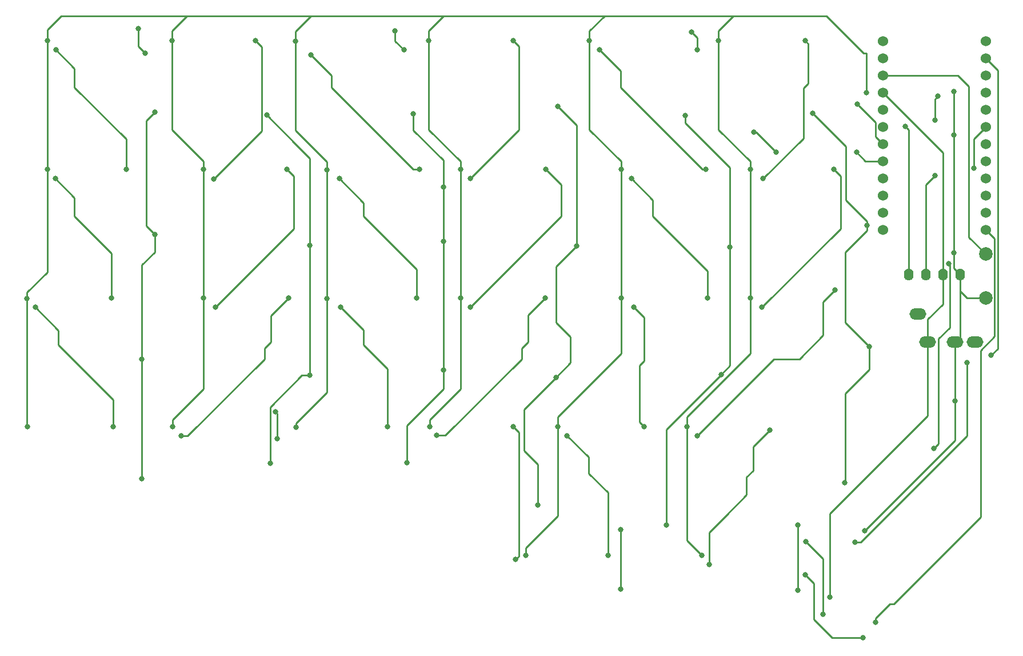
<source format=gbr>
G04 #@! TF.GenerationSoftware,KiCad,Pcbnew,(5.1.9)-1*
G04 #@! TF.CreationDate,2021-01-10T01:59:45+09:00*
G04 #@! TF.ProjectId,yuiop27,7975696f-7032-4372-9e6b-696361645f70,rev?*
G04 #@! TF.SameCoordinates,Original*
G04 #@! TF.FileFunction,Copper,L1,Top*
G04 #@! TF.FilePolarity,Positive*
%FSLAX46Y46*%
G04 Gerber Fmt 4.6, Leading zero omitted, Abs format (unit mm)*
G04 Created by KiCad (PCBNEW (5.1.9)-1) date 2021-01-10 01:59:45*
%MOMM*%
%LPD*%
G01*
G04 APERTURE LIST*
G04 #@! TA.AperFunction,ComponentPad*
%ADD10O,2.500000X1.700000*%
G04 #@! TD*
G04 #@! TA.AperFunction,ComponentPad*
%ADD11O,1.397000X1.778000*%
G04 #@! TD*
G04 #@! TA.AperFunction,ComponentPad*
%ADD12C,2.000000*%
G04 #@! TD*
G04 #@! TA.AperFunction,ComponentPad*
%ADD13C,1.524000*%
G04 #@! TD*
G04 #@! TA.AperFunction,ViaPad*
%ADD14C,0.800000*%
G04 #@! TD*
G04 #@! TA.AperFunction,Conductor*
%ADD15C,0.250000*%
G04 #@! TD*
G04 APERTURE END LIST*
D10*
X219997750Y-108716500D03*
X216997750Y-108716500D03*
X212997750Y-108716500D03*
X211497750Y-104516500D03*
D11*
X210153250Y-98679000D03*
X212693250Y-98679000D03*
X215233250Y-98679000D03*
X217773250Y-98679000D03*
D12*
X221583250Y-95683000D03*
X221583250Y-102183000D03*
D13*
X221574650Y-64135000D03*
X221574650Y-66675000D03*
X221574650Y-69215000D03*
X221574650Y-71755000D03*
X221574650Y-74295000D03*
X221574650Y-76835000D03*
X221574650Y-79375000D03*
X221574650Y-81915000D03*
X221574650Y-84455000D03*
X221574650Y-86995000D03*
X221574650Y-89535000D03*
X221574650Y-92075000D03*
X206354650Y-92075000D03*
X206354650Y-89535000D03*
X206354650Y-86995000D03*
X206354650Y-84455000D03*
X206354650Y-81915000D03*
X206354650Y-79375000D03*
X206354650Y-76835000D03*
X206354650Y-74295000D03*
X206354650Y-71755000D03*
X206354650Y-69215000D03*
X206354650Y-66675000D03*
X206354650Y-64135000D03*
D14*
X213868000Y-124460000D03*
X216127500Y-97066902D03*
X205295500Y-150177500D03*
X203390500Y-152463500D03*
X194818000Y-143129000D03*
X222377000Y-110680500D03*
X216852500Y-71628000D03*
X203644500Y-136652000D03*
X216997750Y-117393250D03*
X216852500Y-95504000D03*
X216852500Y-78041500D03*
X181991000Y-64071500D03*
X186690000Y-83121500D03*
X177292000Y-121221500D03*
X186690000Y-102171500D03*
X167576500Y-102171500D03*
X162877500Y-64071500D03*
X167576500Y-83121500D03*
X143764000Y-102171500D03*
X139065000Y-64071500D03*
X143764000Y-83121500D03*
X139192000Y-121221500D03*
X124015500Y-102235000D03*
X119316500Y-64135000D03*
X124015500Y-83185000D03*
X119443500Y-121285000D03*
X203898500Y-71818500D03*
X79629000Y-121221500D03*
X79565500Y-102235000D03*
X82576749Y-83158251D03*
X82576749Y-64044751D03*
X101155500Y-121221500D03*
X105727500Y-102171500D03*
X105727500Y-83121500D03*
X101028500Y-64071500D03*
X153416000Y-140271500D03*
X158178500Y-121221500D03*
X179514500Y-140271500D03*
X198501000Y-146494500D03*
X197485000Y-148971000D03*
X194945000Y-138239500D03*
X202247500Y-138303000D03*
X218821000Y-111760000D03*
X189611000Y-121729500D03*
X180595500Y-141670000D03*
X178816000Y-122618500D03*
X199263000Y-101028500D03*
X188404500Y-103568500D03*
X199072500Y-83121500D03*
X188595000Y-84518500D03*
X194818000Y-64071500D03*
X178879500Y-65468500D03*
X177990500Y-62801500D03*
X164401500Y-65468500D03*
X180149500Y-83121500D03*
X169100500Y-84518500D03*
X180403500Y-102171500D03*
X169418000Y-103568500D03*
X170942000Y-121221500D03*
X159575500Y-122555000D03*
X165608000Y-140271500D03*
X151955500Y-140906500D03*
X151574500Y-121221500D03*
X140271500Y-122491500D03*
X156337000Y-102171500D03*
X145224500Y-103568500D03*
X156400500Y-83121500D03*
X145224500Y-84518500D03*
X151574500Y-64071500D03*
X135382000Y-65468500D03*
X134048500Y-62611000D03*
X121602500Y-66167000D03*
X137731500Y-83121500D03*
X125857000Y-84518500D03*
X137287000Y-102171500D03*
X126047500Y-103568500D03*
X132969000Y-121221500D03*
X116649500Y-122999500D03*
X116395500Y-118999000D03*
X102425500Y-122618500D03*
X118300500Y-102171500D03*
X107442000Y-103568500D03*
X118046500Y-83121500D03*
X107188000Y-84582000D03*
X113411000Y-64071500D03*
X97091500Y-65976500D03*
X96012000Y-62293500D03*
X83820000Y-65468500D03*
X94234000Y-83121500D03*
X83756500Y-84518500D03*
X92075000Y-102171500D03*
X80772000Y-103568500D03*
X92329000Y-121221500D03*
X209677000Y-76771500D03*
X214058500Y-75819000D03*
X214503000Y-72326500D03*
X214058500Y-84074000D03*
X219800000Y-82931000D03*
X96583500Y-128905000D03*
X98488500Y-74676000D03*
X98488500Y-92773500D03*
X96583500Y-111252000D03*
X202565000Y-73469500D03*
X115570000Y-126619000D03*
X115062000Y-75120500D03*
X202438000Y-80581500D03*
X190563500Y-80581500D03*
X187261500Y-77597000D03*
X121475500Y-113601500D03*
X121475500Y-94361000D03*
X135826500Y-126555500D03*
X136779000Y-74930000D03*
X141224000Y-93789500D03*
X141224000Y-112839500D03*
X141224000Y-85788500D03*
X157924500Y-113919000D03*
X167513000Y-136461500D03*
X167513000Y-145288000D03*
X155194000Y-132842000D03*
X160972500Y-94488000D03*
X158178500Y-73850500D03*
X177101500Y-75184000D03*
X193738500Y-135763000D03*
X193738500Y-145415000D03*
X174244000Y-135763000D03*
X183705500Y-94615000D03*
X182372000Y-113538000D03*
X200723500Y-129540000D03*
X195961000Y-74866500D03*
X204025500Y-91440000D03*
X204343000Y-109410500D03*
D15*
X216256760Y-97196162D02*
X216127500Y-97066902D01*
X216256760Y-106545795D02*
X216256760Y-97196162D01*
X214572760Y-108229795D02*
X216256760Y-106545795D01*
X214572760Y-123755240D02*
X214572760Y-108229795D01*
X213868000Y-124460000D02*
X214572760Y-123755240D01*
X222908251Y-93408601D02*
X221574650Y-92075000D01*
X222908251Y-107867714D02*
X222908251Y-93408601D01*
X207369549Y-147486449D02*
X207986551Y-147486449D01*
X220844387Y-134628613D02*
X220844387Y-109931578D01*
X207986551Y-147486449D02*
X220844387Y-134628613D01*
X205295500Y-149560498D02*
X207369549Y-147486449D01*
X220844387Y-109931578D02*
X222908251Y-107867714D01*
X205295500Y-150177500D02*
X205295500Y-149560498D01*
X203390500Y-152463500D02*
X199580500Y-152463500D01*
X199580500Y-152463500D02*
X198818500Y-152463500D01*
X198818500Y-152463500D02*
X196215000Y-149860000D01*
X196215000Y-149860000D02*
X196088000Y-149733000D01*
X196088000Y-144399000D02*
X194818000Y-143129000D01*
X196088000Y-149733000D02*
X196088000Y-144399000D01*
X223358260Y-109699240D02*
X222377000Y-110680500D01*
X223358260Y-68458610D02*
X223358260Y-109699240D01*
X221574650Y-66675000D02*
X223358260Y-68458610D01*
X216852500Y-97758250D02*
X217773250Y-98679000D01*
X217773250Y-107941000D02*
X216997750Y-108716500D01*
X218832500Y-102183000D02*
X217773250Y-101123750D01*
X221583250Y-102183000D02*
X218832500Y-102183000D01*
X217773250Y-101123750D02*
X217773250Y-107941000D01*
X217773250Y-98679000D02*
X217773250Y-101123750D01*
X216997750Y-123298750D02*
X203644500Y-136652000D01*
X216997750Y-117393250D02*
X216997750Y-123298750D01*
X216997750Y-108716500D02*
X216997750Y-117393250D01*
X216852500Y-95504000D02*
X216852500Y-97758250D01*
X216852500Y-78041500D02*
X216852500Y-95504000D01*
X216852500Y-71628000D02*
X216852500Y-78041500D01*
X184213500Y-60452000D02*
X181991000Y-62674500D01*
X186690000Y-83121500D02*
X186690000Y-102171500D01*
X186690000Y-102171500D02*
X186690000Y-110426500D01*
X181991000Y-64071500D02*
X181991000Y-77279500D01*
X186690000Y-110426500D02*
X177292000Y-119824500D01*
X181991000Y-62674500D02*
X181991000Y-64071500D01*
X181991000Y-77279500D02*
X186690000Y-81978500D01*
X186690000Y-81978500D02*
X186690000Y-83121500D01*
X177292000Y-119824500D02*
X177292000Y-121221500D01*
X177292000Y-121221500D02*
X177292000Y-134429500D01*
X162877500Y-62674500D02*
X162877500Y-64071500D01*
X165100000Y-60452000D02*
X162877500Y-62674500D01*
X162877500Y-77279500D02*
X167576500Y-81978500D01*
X162877500Y-64071500D02*
X162877500Y-77279500D01*
X167576500Y-83121500D02*
X167576500Y-102171500D01*
X167576500Y-81978500D02*
X167576500Y-83121500D01*
X139065000Y-62674500D02*
X139065000Y-64071500D01*
X141287500Y-60452000D02*
X139065000Y-62674500D01*
X139065000Y-77279500D02*
X143764000Y-81978500D01*
X143764000Y-115633500D02*
X139192000Y-120205500D01*
X139065000Y-64071500D02*
X139065000Y-77279500D01*
X139192000Y-120205500D02*
X139192000Y-121221500D01*
X143764000Y-102171500D02*
X143764000Y-115633500D01*
X143764000Y-83121500D02*
X143764000Y-102171500D01*
X143764000Y-81978500D02*
X143764000Y-83121500D01*
X119316500Y-62738000D02*
X119316500Y-64135000D01*
X121539000Y-60515500D02*
X119316500Y-62738000D01*
X119316500Y-77343000D02*
X124015500Y-82042000D01*
X119316500Y-64135000D02*
X119316500Y-77343000D01*
X124015500Y-83185000D02*
X124015500Y-102235000D01*
X124015500Y-82042000D02*
X124015500Y-83185000D01*
X203898500Y-65913000D02*
X203898500Y-71818500D01*
X203454000Y-65913000D02*
X203898500Y-65913000D01*
X197993000Y-60452000D02*
X203454000Y-65913000D01*
X123444000Y-60452000D02*
X123507500Y-60452000D01*
X123507500Y-60452000D02*
X142113000Y-60452000D01*
X142113000Y-60452000D02*
X166243000Y-60452000D01*
X185420000Y-60452000D02*
X197993000Y-60452000D01*
X166243000Y-60452000D02*
X185420000Y-60452000D01*
X85534500Y-60452000D02*
X84582000Y-60452000D01*
X84582000Y-60452000D02*
X82576749Y-62457251D01*
X82576749Y-98324749D02*
X79565500Y-101335998D01*
X79565500Y-121158000D02*
X79629000Y-121221500D01*
X79565500Y-110172500D02*
X79565500Y-121158000D01*
X79565500Y-102235000D02*
X79565500Y-110172500D01*
X79565500Y-101335998D02*
X79565500Y-102235000D01*
X82576749Y-83158251D02*
X82576749Y-98324749D01*
X82576749Y-64044751D02*
X82576749Y-83158251D01*
X82576749Y-62457251D02*
X82576749Y-64044751D01*
X103378000Y-60452000D02*
X103251000Y-60452000D01*
X85534500Y-60452000D02*
X103378000Y-60452000D01*
X103378000Y-60452000D02*
X104457500Y-60452000D01*
X103251000Y-60452000D02*
X101028500Y-62674500D01*
X101028500Y-77279500D02*
X105727500Y-81978500D01*
X105727500Y-115633500D02*
X101155500Y-120205500D01*
X101155500Y-120205500D02*
X101155500Y-121221500D01*
X105727500Y-102171500D02*
X105727500Y-115633500D01*
X105727500Y-83121500D02*
X105727500Y-102171500D01*
X105727500Y-81978500D02*
X105727500Y-83121500D01*
X101028500Y-64071500D02*
X101028500Y-77279500D01*
X101028500Y-62674500D02*
X101028500Y-64071500D01*
X121539000Y-60515500D02*
X121602500Y-60452000D01*
X121602500Y-60452000D02*
X123507500Y-60452000D01*
X104457500Y-60452000D02*
X121602500Y-60452000D01*
X167576500Y-102171500D02*
X167576500Y-110426500D01*
X167576500Y-110426500D02*
X158178500Y-119824500D01*
X153416000Y-139192000D02*
X153416000Y-140271500D01*
X158178500Y-134429500D02*
X153416000Y-139192000D01*
X158178500Y-121221500D02*
X158178500Y-134429500D01*
X158178500Y-119824500D02*
X158178500Y-121221500D01*
X177292000Y-138049000D02*
X179514500Y-140271500D01*
X177292000Y-134429500D02*
X177292000Y-138049000D01*
X215233250Y-80633600D02*
X215233250Y-98679000D01*
X206354650Y-71755000D02*
X215233250Y-80633600D01*
X215233250Y-98679000D02*
X215233250Y-103092250D01*
X212997750Y-105327750D02*
X212997750Y-108716500D01*
X215233250Y-103092250D02*
X212997750Y-105327750D01*
X212997750Y-108716500D02*
X212997750Y-119615250D01*
X198501000Y-134112000D02*
X198501000Y-146494500D01*
X212997750Y-119615250D02*
X198501000Y-134112000D01*
X119443500Y-120719315D02*
X119443500Y-121285000D01*
X124015500Y-116147315D02*
X119443500Y-120719315D01*
X124015500Y-102235000D02*
X124015500Y-116147315D01*
X197485000Y-140779500D02*
X194945000Y-138239500D01*
X197485000Y-148971000D02*
X197485000Y-140779500D01*
X218821000Y-122548502D02*
X218821000Y-111760000D01*
X203066502Y-138303000D02*
X218821000Y-122548502D01*
X202247500Y-138303000D02*
X203066502Y-138303000D01*
X187115749Y-127714999D02*
X187115749Y-124224751D01*
X187115749Y-124224751D02*
X189611000Y-121729500D01*
X186166749Y-128663999D02*
X187115749Y-127714999D01*
X186166749Y-131333251D02*
X186166749Y-128663999D01*
X180595500Y-136904500D02*
X183102250Y-134397750D01*
X180595500Y-141670000D02*
X180595500Y-136904500D01*
X183102250Y-134397750D02*
X186166749Y-131333251D01*
X197511749Y-102779751D02*
X199263000Y-101028500D01*
X193966753Y-111204999D02*
X197511749Y-107660003D01*
X190229501Y-111204999D02*
X193966753Y-111204999D01*
X197511749Y-107660003D02*
X197511749Y-102779751D01*
X178816000Y-122618500D02*
X190229501Y-111204999D01*
X200061751Y-84110751D02*
X199072500Y-83121500D01*
X200061751Y-91911249D02*
X200061751Y-84110751D01*
X188404500Y-103568500D02*
X200061751Y-91911249D01*
X195299251Y-64552751D02*
X194818000Y-64071500D01*
X195299251Y-70405001D02*
X195299251Y-64552751D01*
X194579251Y-78534249D02*
X194579251Y-71125001D01*
X194579251Y-71125001D02*
X195299251Y-70405001D01*
X188595000Y-84518500D02*
X194579251Y-78534249D01*
X178879500Y-63690500D02*
X177990500Y-62801500D01*
X178879500Y-65468500D02*
X178879500Y-63690500D01*
X179650748Y-83121500D02*
X180149500Y-83121500D01*
X167519249Y-68586249D02*
X167519249Y-70990001D01*
X167519249Y-70990001D02*
X179650748Y-83121500D01*
X164401500Y-65468500D02*
X167519249Y-68586249D01*
X180403500Y-98161752D02*
X180403500Y-102171500D01*
X172281749Y-90040001D02*
X180403500Y-98161752D01*
X172281749Y-87699749D02*
X172281749Y-90040001D01*
X169100500Y-84518500D02*
X172281749Y-87699749D01*
X170291749Y-112153999D02*
X170291749Y-120571249D01*
X170942000Y-111503748D02*
X170291749Y-112153999D01*
X170942000Y-105092500D02*
X170942000Y-111503748D01*
X170291749Y-120571249D02*
X170942000Y-121221500D01*
X169418000Y-103568500D02*
X170942000Y-105092500D01*
X165608000Y-130991252D02*
X165608000Y-140271500D01*
X162756749Y-128140001D02*
X165608000Y-130991252D01*
X162756749Y-125736249D02*
X162756749Y-128140001D01*
X159575500Y-122555000D02*
X162756749Y-125736249D01*
X152436751Y-122083751D02*
X151574500Y-121221500D01*
X152436751Y-140425249D02*
X152436751Y-122083751D01*
X151955500Y-140906500D02*
X152436751Y-140425249D01*
X153778249Y-108664999D02*
X153778249Y-104730251D01*
X152829249Y-109613999D02*
X153778249Y-108664999D01*
X153778249Y-104730251D02*
X156337000Y-102171500D01*
X152829249Y-111206003D02*
X152829249Y-109613999D01*
X141543752Y-122491500D02*
X152829249Y-111206003D01*
X140271500Y-122491500D02*
X141543752Y-122491500D01*
X158713001Y-85434001D02*
X156400500Y-83121500D01*
X158713001Y-90079999D02*
X158713001Y-85434001D01*
X145224500Y-103568500D02*
X158713001Y-90079999D01*
X152436751Y-64933751D02*
X151574500Y-64071500D01*
X152436751Y-77306249D02*
X152436751Y-64933751D01*
X145224500Y-84518500D02*
X152436751Y-77306249D01*
X134048500Y-64135000D02*
X134048500Y-62611000D01*
X135382000Y-65468500D02*
X134048500Y-64135000D01*
X136788248Y-83121500D02*
X137731500Y-83121500D01*
X124656749Y-70990001D02*
X136788248Y-83121500D01*
X124656749Y-69221249D02*
X124656749Y-70990001D01*
X121602500Y-66167000D02*
X124656749Y-69221249D01*
X129419249Y-90040001D02*
X137287000Y-97907752D01*
X129419249Y-88080749D02*
X129419249Y-90040001D01*
X137287000Y-97907752D02*
X137287000Y-102171500D01*
X125857000Y-84518500D02*
X129419249Y-88080749D01*
X132969000Y-112639752D02*
X132969000Y-121221500D01*
X129419249Y-109090001D02*
X132969000Y-112639752D01*
X129419249Y-106940249D02*
X129419249Y-109090001D01*
X126047500Y-103568500D02*
X129419249Y-106940249D01*
X116649500Y-119253000D02*
X116395500Y-118999000D01*
X116649500Y-122999500D02*
X116649500Y-119253000D01*
X115678249Y-104793751D02*
X118300500Y-102171500D01*
X114729249Y-109613999D02*
X115678249Y-108664999D01*
X114729249Y-111206003D02*
X114729249Y-109613999D01*
X115678249Y-108664999D02*
X115678249Y-104793751D01*
X103316752Y-122618500D02*
X114729249Y-111206003D01*
X102425500Y-122618500D02*
X103316752Y-122618500D01*
X119099251Y-84174251D02*
X118046500Y-83121500D01*
X119099251Y-91911249D02*
X119099251Y-84174251D01*
X107442000Y-103568500D02*
X119099251Y-91911249D01*
X114336751Y-64997251D02*
X113411000Y-64071500D01*
X114336751Y-77433249D02*
X114336751Y-64997251D01*
X107188000Y-84582000D02*
X114336751Y-77433249D01*
X96012000Y-64897000D02*
X96012000Y-62293500D01*
X97091500Y-65976500D02*
X96012000Y-64897000D01*
X94234000Y-78667252D02*
X94234000Y-83121500D01*
X86556749Y-70990001D02*
X94234000Y-78667252D01*
X86556749Y-68205249D02*
X86556749Y-70990001D01*
X83820000Y-65468500D02*
X86556749Y-68205249D01*
X92075000Y-95558252D02*
X92075000Y-102171500D01*
X86556749Y-90040001D02*
X92075000Y-95558252D01*
X86556749Y-87318749D02*
X86556749Y-90040001D01*
X83756500Y-84518500D02*
X86556749Y-87318749D01*
X92329000Y-117243502D02*
X92329000Y-121221500D01*
X84175499Y-109090001D02*
X92329000Y-117243502D01*
X84175499Y-106971999D02*
X84175499Y-109090001D01*
X80772000Y-103568500D02*
X84175499Y-106971999D01*
X210153250Y-77247750D02*
X209677000Y-76771500D01*
X210153250Y-98679000D02*
X210153250Y-77247750D01*
X214058500Y-72771000D02*
X214503000Y-72326500D01*
X214058500Y-75819000D02*
X214058500Y-72771000D01*
X212693250Y-85439250D02*
X214058500Y-84074000D01*
X212693250Y-98679000D02*
X212693250Y-85439250D01*
X219800000Y-78609650D02*
X221574650Y-76835000D01*
X219800000Y-82931000D02*
X219800000Y-78609650D01*
X217425888Y-69215000D02*
X219075000Y-70864112D01*
X206354650Y-69215000D02*
X217425888Y-69215000D01*
X219075000Y-93174750D02*
X221583250Y-95683000D01*
X219075000Y-70864112D02*
X219075000Y-93174750D01*
X96583500Y-97282000D02*
X98488500Y-95377000D01*
X98488500Y-95377000D02*
X98488500Y-92773500D01*
X96583500Y-111252000D02*
X96583500Y-97282000D01*
X96583500Y-128905000D02*
X96583500Y-111252000D01*
X205267649Y-76172149D02*
X202565000Y-73469500D01*
X205267649Y-78287999D02*
X205267649Y-76172149D01*
X206354650Y-79375000D02*
X205267649Y-78287999D01*
X97218500Y-75946000D02*
X98488500Y-74676000D01*
X97218500Y-91503500D02*
X97218500Y-75946000D01*
X98488500Y-92773500D02*
X97218500Y-91503500D01*
X203771500Y-81915000D02*
X202438000Y-80581500D01*
X206354650Y-81915000D02*
X203771500Y-81915000D01*
X187579000Y-77597000D02*
X187261500Y-77597000D01*
X190563500Y-80581500D02*
X187579000Y-77597000D01*
X115570000Y-126619000D02*
X115570000Y-118306315D01*
X120274815Y-113601500D02*
X121475500Y-113601500D01*
X115570000Y-118306315D02*
X120274815Y-113601500D01*
X121475500Y-113601500D02*
X121475500Y-96329500D01*
X121475500Y-81534000D02*
X119443500Y-79502000D01*
X119443500Y-79502000D02*
X115062000Y-75120500D01*
X119824500Y-79883000D02*
X119443500Y-79502000D01*
X121475500Y-94361000D02*
X121475500Y-81534000D01*
X121475500Y-96329500D02*
X121475500Y-94361000D01*
X135826500Y-126555500D02*
X135826500Y-121031000D01*
X135826500Y-121031000D02*
X141224000Y-115633500D01*
X136779000Y-77343000D02*
X136779000Y-74930000D01*
X141224000Y-81788000D02*
X136779000Y-77343000D01*
X141224000Y-112839500D02*
X141224000Y-93789500D01*
X141224000Y-115633500D02*
X141224000Y-112839500D01*
X141224000Y-85788500D02*
X141224000Y-81788000D01*
X141224000Y-93789500D02*
X141224000Y-85788500D01*
X157924500Y-113919000D02*
X153162000Y-118681500D01*
X167513000Y-136461500D02*
X167513000Y-145288000D01*
X155194000Y-126809500D02*
X153162000Y-124777500D01*
X155194000Y-132842000D02*
X155194000Y-126809500D01*
X153162000Y-118681500D02*
X153162000Y-124777500D01*
X157924500Y-113919000D02*
X160083500Y-111760000D01*
X160083500Y-107950000D02*
X157924500Y-105791000D01*
X160083500Y-111760000D02*
X160083500Y-107950000D01*
X157924500Y-97536000D02*
X157924500Y-98806000D01*
X160972500Y-94488000D02*
X157924500Y-97536000D01*
X157924500Y-98806000D02*
X157924500Y-105791000D01*
X160972500Y-76644500D02*
X158178500Y-73850500D01*
X160972500Y-94488000D02*
X160972500Y-76644500D01*
X193738500Y-135763000D02*
X193738500Y-145415000D01*
X174244000Y-121666000D02*
X174244000Y-135763000D01*
X177101500Y-76263500D02*
X183705500Y-82867500D01*
X177101500Y-75184000D02*
X177101500Y-76263500D01*
X183705500Y-94615000D02*
X183705500Y-112204500D01*
X183705500Y-82867500D02*
X183705500Y-94615000D01*
X182372000Y-113538000D02*
X174244000Y-121666000D01*
X183705500Y-112204500D02*
X182372000Y-113538000D01*
X200787000Y-129476500D02*
X200723500Y-129540000D01*
X200850500Y-79756000D02*
X195961000Y-74866500D01*
X204025500Y-92202000D02*
X200787000Y-95440500D01*
X204025500Y-91440000D02*
X204025500Y-92202000D01*
X204025500Y-90868500D02*
X200850500Y-87693500D01*
X204025500Y-91440000D02*
X204025500Y-90868500D01*
X200850500Y-87693500D02*
X200850500Y-79756000D01*
X200787000Y-105854500D02*
X204343000Y-109410500D01*
X200787000Y-105791000D02*
X200787000Y-105854500D01*
X200787000Y-95440500D02*
X200787000Y-105791000D01*
X204343000Y-112776000D02*
X200787000Y-116332000D01*
X204343000Y-109410500D02*
X204343000Y-112776000D01*
X200787000Y-116332000D02*
X200787000Y-129476500D01*
M02*

</source>
